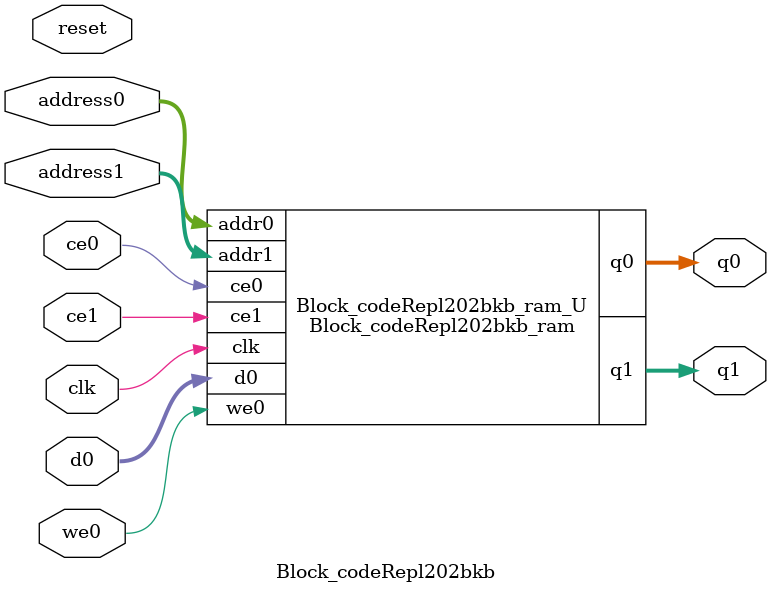
<source format=v>
`timescale 1 ns / 1 ps
module Block_codeRepl202bkb_ram (addr0, ce0, d0, we0, q0, addr1, ce1, q1,  clk);

parameter DWIDTH = 32;
parameter AWIDTH = 18;
parameter MEM_SIZE = 156492;

input[AWIDTH-1:0] addr0;
input ce0;
input[DWIDTH-1:0] d0;
input we0;
output reg[DWIDTH-1:0] q0;
input[AWIDTH-1:0] addr1;
input ce1;
output reg[DWIDTH-1:0] q1;
input clk;

(* ram_style = "block" *)reg [DWIDTH-1:0] ram[0:MEM_SIZE-1];




always @(posedge clk)  
begin 
    if (ce0) begin
        if (we0) 
            ram[addr0] <= d0; 
        q0 <= ram[addr0];
    end
end


always @(posedge clk)  
begin 
    if (ce1) begin
        q1 <= ram[addr1];
    end
end


endmodule

`timescale 1 ns / 1 ps
module Block_codeRepl202bkb(
    reset,
    clk,
    address0,
    ce0,
    we0,
    d0,
    q0,
    address1,
    ce1,
    q1);

parameter DataWidth = 32'd32;
parameter AddressRange = 32'd156492;
parameter AddressWidth = 32'd18;
input reset;
input clk;
input[AddressWidth - 1:0] address0;
input ce0;
input we0;
input[DataWidth - 1:0] d0;
output[DataWidth - 1:0] q0;
input[AddressWidth - 1:0] address1;
input ce1;
output[DataWidth - 1:0] q1;



Block_codeRepl202bkb_ram Block_codeRepl202bkb_ram_U(
    .clk( clk ),
    .addr0( address0 ),
    .ce0( ce0 ),
    .we0( we0 ),
    .d0( d0 ),
    .q0( q0 ),
    .addr1( address1 ),
    .ce1( ce1 ),
    .q1( q1 ));

endmodule


</source>
